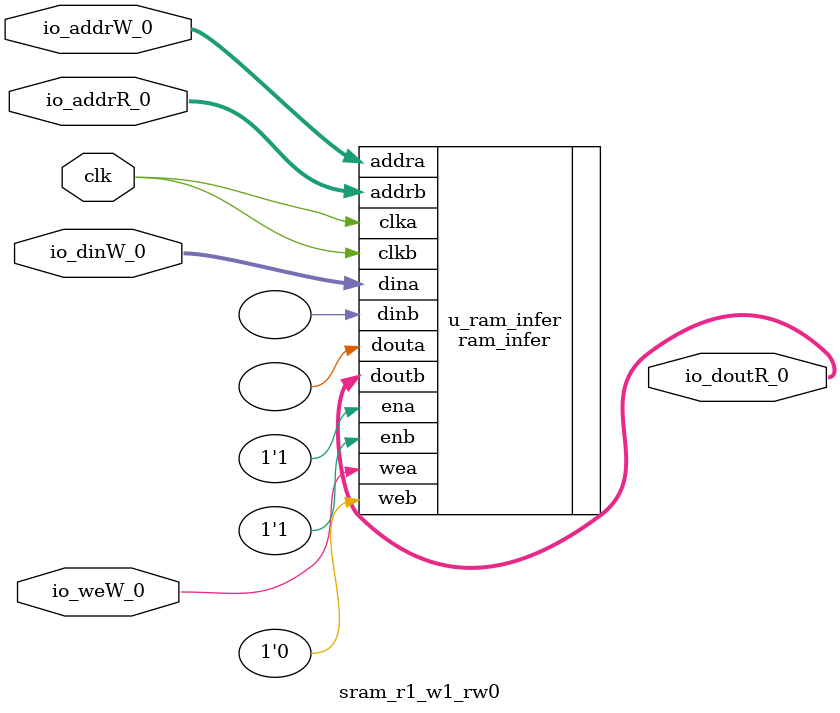
<source format=v>
`include "ram_infer.v"

module sram_r1_w1_rw0
  #(parameter
    WIDTH = 8,
    DEPTH = 64,
    LG_DEPTH = 6,
    INIT_VAL = 0
    )
  (input clk,
   input [WIDTH - 1:0] io_dinW_0,
   output [WIDTH - 1:0] io_doutR_0,
   input [LG_DEPTH - 1:0] io_addrR_0,
   input [LG_DEPTH - 1:0] io_addrW_0,
   input io_weW_0
   );

  // A is the write port, B is the read port
  ram_infer
    #(.WIDTH(WIDTH),
      .DEPTH(DEPTH),
      .LG_DEPTH(LG_DEPTH),
      .INIT_VAL(INIT_VAL)
      )
  u_ram_infer
    (.clka(clk),
     .clkb(clk),
     .wea(io_weW_0),
     .web(1'b0),
     .ena(1'b1),
     .enb(1'b1),
     .addra(io_addrW_0),
     .addrb(io_addrR_0),
     .dina(io_dinW_0),
     .dinb(),
     .douta(),
     .doutb(io_doutR_0)
     );

endmodule

</source>
